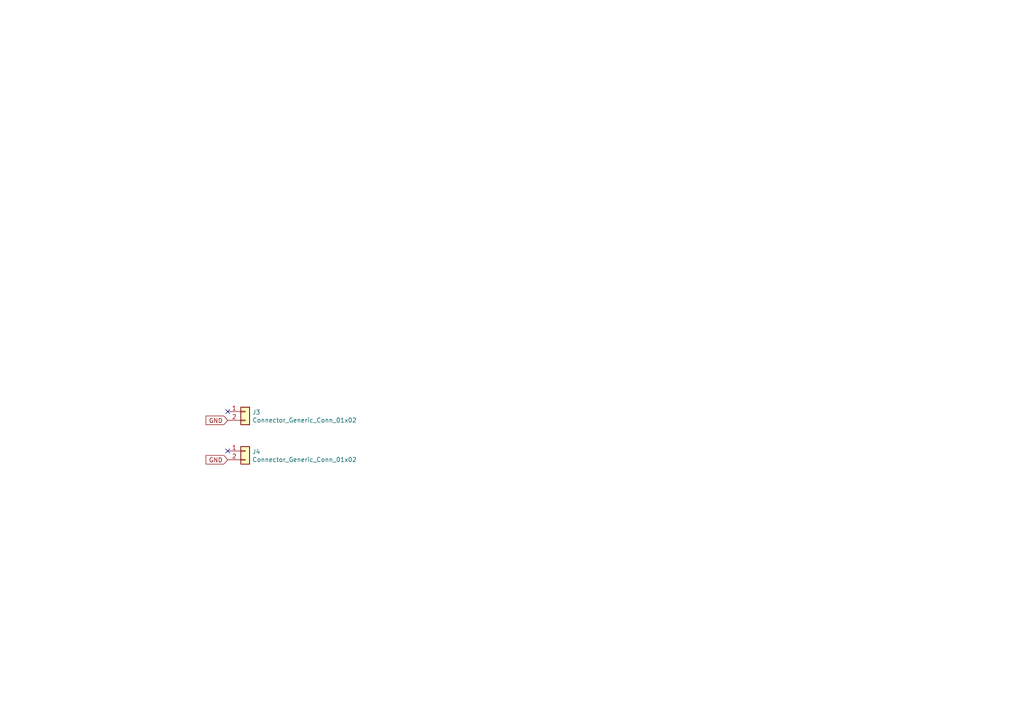
<source format=kicad_sch>
(kicad_sch (version 20211123) (generator eeschema)
  (paper "A4")
  (lib_symbols
    (symbol "bgt:Connector_Generic_Conn_01x02" (pin_names (offset 1.016) hide)
      (property "Reference" "J" (at 0 2.54 0))
      (property "Value" "bgt_Connector_Generic_Conn_01x02" (at 0 -5.08 0))
      (symbol "Connector_Generic_Conn_01x02_1_1"
        (rectangle (start -1.27 -2.413) (end 0 -2.667) (stroke (width 0.1524)))
        (rectangle (start -1.27 0.127) (end 0 -0.127) (stroke (width 0.1524)))
        (rectangle (start -1.27 1.27) (end 1.27 -3.81) (stroke (width 0.254)) (fill (type background)))
        (pin passive line (at -5.08 0 0) (length 3.81) (name "Pin_1") (number "1"))
        (pin passive line (at -5.08 -2.54 0) (length 3.81) (name "Pin_2") (number "2"))
      )
    )
  )
  (no_connect (at 66.04 130.81))
  (no_connect (at 66.04 119.38))
  (global_label "GND" (shape input) (at 66.04 121.92 180) (property "Intersheet References" "${INTERSHEET_REFS}" (effects hide)))
  (global_label "GND" (shape input) (at 66.04 133.35 180) (property "Intersheet References" "${INTERSHEET_REFS}" (effects hide)))
  (symbol (lib_id "bgt:Connector_Generic_Conn_01x02") (at 71.12 130.81 0) (unit 1)
    (property "Reference" "J4" (at 73.152 131.0132 0) (effects (justify left)))
    (property "Value" "Connector_Generic_Conn_01x02" (at 73.152 133.3246 0) (effects (justify left)))
    (property "Footprint" "Connector_PinHeader_2.54mm:PinHeader_1x02_P2.54mm_Vertical" (effects hide))
  )
  (symbol (lib_id "bgt:Connector_Generic_Conn_01x02") (at 71.12 119.38 0) (unit 1)
    (property "Reference" "J3" (at 73.152 119.5832 0) (effects (justify left)))
    (property "Value" "Connector_Generic_Conn_01x02" (at 73.152 121.8946 0) (effects (justify left)))
    (property "Footprint" "Connector_PinHeader_2.54mm:PinHeader_1x02_P2.54mm_Vertical" (effects hide))
  )
)
</source>
